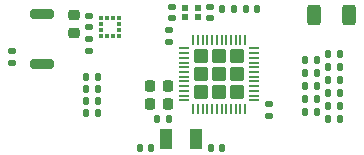
<source format=gbr>
%TF.GenerationSoftware,KiCad,Pcbnew,7.0.8*%
%TF.CreationDate,2023-11-11T12:19:38+10:00*%
%TF.ProjectId,ControllerBoard,436f6e74-726f-46c6-9c65-72426f617264,rev?*%
%TF.SameCoordinates,Original*%
%TF.FileFunction,Paste,Top*%
%TF.FilePolarity,Positive*%
%FSLAX46Y46*%
G04 Gerber Fmt 4.6, Leading zero omitted, Abs format (unit mm)*
G04 Created by KiCad (PCBNEW 7.0.8) date 2023-11-11 12:19:38*
%MOMM*%
%LPD*%
G01*
G04 APERTURE LIST*
G04 Aperture macros list*
%AMRoundRect*
0 Rectangle with rounded corners*
0 $1 Rounding radius*
0 $2 $3 $4 $5 $6 $7 $8 $9 X,Y pos of 4 corners*
0 Add a 4 corners polygon primitive as box body*
4,1,4,$2,$3,$4,$5,$6,$7,$8,$9,$2,$3,0*
0 Add four circle primitives for the rounded corners*
1,1,$1+$1,$2,$3*
1,1,$1+$1,$4,$5*
1,1,$1+$1,$6,$7*
1,1,$1+$1,$8,$9*
0 Add four rect primitives between the rounded corners*
20,1,$1+$1,$2,$3,$4,$5,0*
20,1,$1+$1,$4,$5,$6,$7,0*
20,1,$1+$1,$6,$7,$8,$9,0*
20,1,$1+$1,$8,$9,$2,$3,0*%
G04 Aperture macros list end*
%ADD10RoundRect,0.135000X-0.135000X-0.185000X0.135000X-0.185000X0.135000X0.185000X-0.135000X0.185000X0*%
%ADD11R,1.000000X1.800000*%
%ADD12RoundRect,0.250000X0.370000X-0.370000X0.370000X0.370000X-0.370000X0.370000X-0.370000X-0.370000X0*%
%ADD13RoundRect,0.050000X0.050000X-0.350000X0.050000X0.350000X-0.050000X0.350000X-0.050000X-0.350000X0*%
%ADD14RoundRect,0.050000X0.350000X-0.050000X0.350000X0.050000X-0.350000X0.050000X-0.350000X-0.050000X0*%
%ADD15RoundRect,0.140000X0.170000X-0.140000X0.170000X0.140000X-0.170000X0.140000X-0.170000X-0.140000X0*%
%ADD16RoundRect,0.225000X0.225000X0.250000X-0.225000X0.250000X-0.225000X-0.250000X0.225000X-0.250000X0*%
%ADD17RoundRect,0.135000X0.135000X0.185000X-0.135000X0.185000X-0.135000X-0.185000X0.135000X-0.185000X0*%
%ADD18R,0.375000X0.350000*%
%ADD19R,0.350000X0.375000*%
%ADD20RoundRect,0.225000X0.250000X-0.225000X0.250000X0.225000X-0.250000X0.225000X-0.250000X-0.225000X0*%
%ADD21RoundRect,0.140000X0.140000X0.170000X-0.140000X0.170000X-0.140000X-0.170000X0.140000X-0.170000X0*%
%ADD22R,0.600000X0.500000*%
%ADD23RoundRect,0.147500X0.147500X0.172500X-0.147500X0.172500X-0.147500X-0.172500X0.147500X-0.172500X0*%
%ADD24RoundRect,0.250000X-0.312500X-0.625000X0.312500X-0.625000X0.312500X0.625000X-0.312500X0.625000X0*%
%ADD25RoundRect,0.140000X-0.170000X0.140000X-0.170000X-0.140000X0.170000X-0.140000X0.170000X0.140000X0*%
%ADD26RoundRect,0.135000X0.185000X-0.135000X0.185000X0.135000X-0.185000X0.135000X-0.185000X-0.135000X0*%
%ADD27RoundRect,0.140000X-0.140000X-0.170000X0.140000X-0.170000X0.140000X0.170000X-0.140000X0.170000X0*%
%ADD28RoundRect,0.200000X-0.800000X0.200000X-0.800000X-0.200000X0.800000X-0.200000X0.800000X0.200000X0*%
G04 APERTURE END LIST*
D10*
%TO.C,R12*%
X29490000Y-8900000D03*
X30510000Y-8900000D03*
%TD*%
%TO.C,R4*%
X29490000Y-4500000D03*
X30510000Y-4500000D03*
%TD*%
D11*
%TO.C,Y1*%
X18250000Y-11750000D03*
X15750000Y-11750000D03*
%TD*%
D10*
%TO.C,R14*%
X29490000Y-10000000D03*
X30510000Y-10000000D03*
%TD*%
D12*
%TO.C,U3*%
X18720000Y-7780000D03*
X20250000Y-7780000D03*
X21780000Y-7780000D03*
X18720000Y-6250000D03*
X20250000Y-6250000D03*
X21780000Y-6250000D03*
X18720000Y-4720000D03*
X20250000Y-4720000D03*
X21780000Y-4720000D03*
D13*
X18050000Y-9200000D03*
X18450000Y-9200000D03*
X18850000Y-9200000D03*
X19250000Y-9200000D03*
X19650000Y-9200000D03*
X20050000Y-9200000D03*
X20450000Y-9200000D03*
X20850000Y-9200000D03*
X21250000Y-9200000D03*
X21650000Y-9200000D03*
X22050000Y-9200000D03*
X22450000Y-9200000D03*
D14*
X23200000Y-8450000D03*
X23200000Y-8050000D03*
X23200000Y-7650000D03*
X23200000Y-7250000D03*
X23200000Y-6850000D03*
X23200000Y-6450000D03*
X23200000Y-6050000D03*
X23200000Y-5650000D03*
X23200000Y-5250000D03*
X23200000Y-4850000D03*
X23200000Y-4450000D03*
X23200000Y-4050000D03*
D13*
X22450000Y-3300000D03*
X22050000Y-3300000D03*
X21650000Y-3300000D03*
X21250000Y-3300000D03*
X20850000Y-3300000D03*
X20450000Y-3300000D03*
X20050000Y-3300000D03*
X19650000Y-3300000D03*
X19250000Y-3300000D03*
X18850000Y-3300000D03*
X18450000Y-3300000D03*
X18050000Y-3300000D03*
D14*
X17300000Y-4050000D03*
X17300000Y-4450000D03*
X17300000Y-4850000D03*
X17300000Y-5250000D03*
X17300000Y-5650000D03*
X17300000Y-6050000D03*
X17300000Y-6450000D03*
X17300000Y-6850000D03*
X17300000Y-7250000D03*
X17300000Y-7650000D03*
X17300000Y-8050000D03*
X17300000Y-8450000D03*
%TD*%
D10*
%TO.C,R11*%
X27490000Y-8350000D03*
X28510000Y-8350000D03*
%TD*%
%TO.C,R7*%
X27490000Y-6150000D03*
X28510000Y-6150000D03*
%TD*%
D15*
%TO.C,C4*%
X9250000Y-2230000D03*
X9250000Y-1270000D03*
%TD*%
D10*
%TO.C,R5*%
X27490000Y-5050000D03*
X28510000Y-5050000D03*
%TD*%
D16*
%TO.C,C8*%
X15925000Y-8750000D03*
X14375000Y-8750000D03*
%TD*%
D17*
%TO.C,R15*%
X10010000Y-6500000D03*
X8990000Y-6500000D03*
%TD*%
D10*
%TO.C,R9*%
X27490000Y-7250000D03*
X28510000Y-7250000D03*
%TD*%
D15*
%TO.C,C15*%
X19500000Y-1480000D03*
X19500000Y-520000D03*
%TD*%
D18*
%TO.C,U2*%
X11762500Y-3000000D03*
X11762500Y-2500000D03*
X11762500Y-2000000D03*
X11762500Y-1500000D03*
D19*
X11250000Y-1487500D03*
X10750000Y-1487500D03*
D18*
X10237500Y-1500000D03*
X10237500Y-2000000D03*
X10237500Y-2500000D03*
X10237500Y-3000000D03*
D19*
X10750000Y-3012500D03*
X11250000Y-3012500D03*
%TD*%
D20*
%TO.C,C5*%
X8000000Y-2775000D03*
X8000000Y-1225000D03*
%TD*%
D21*
%TO.C,C13*%
X15980000Y-10000000D03*
X15020000Y-10000000D03*
%TD*%
D15*
%TO.C,C9*%
X16000000Y-3480000D03*
X16000000Y-2520000D03*
%TD*%
D10*
%TO.C,R8*%
X29490000Y-6700000D03*
X30510000Y-6700000D03*
%TD*%
D22*
%TO.C,Y2*%
X18425000Y-600000D03*
X17325000Y-600000D03*
X17325000Y-1400000D03*
X18425000Y-1400000D03*
%TD*%
D23*
%TO.C,L1*%
X23485000Y-750000D03*
X22515000Y-750000D03*
%TD*%
D24*
%TO.C,AE1*%
X28287500Y-1250000D03*
X31212500Y-1250000D03*
%TD*%
D25*
%TO.C,C10*%
X24500000Y-8770000D03*
X24500000Y-9730000D03*
%TD*%
D17*
%TO.C,R16*%
X10010000Y-7500000D03*
X8990000Y-7500000D03*
%TD*%
D21*
%TO.C,C14*%
X21480000Y-750000D03*
X20520000Y-750000D03*
%TD*%
D26*
%TO.C,R3*%
X2750000Y-5260000D03*
X2750000Y-4240000D03*
%TD*%
D10*
%TO.C,R10*%
X29490000Y-7800000D03*
X30510000Y-7800000D03*
%TD*%
D25*
%TO.C,C1*%
X9250000Y-3270000D03*
X9250000Y-4230000D03*
%TD*%
D17*
%TO.C,R18*%
X10010000Y-9500000D03*
X8990000Y-9500000D03*
%TD*%
D10*
%TO.C,R6*%
X29490000Y-5600000D03*
X30510000Y-5600000D03*
%TD*%
D16*
%TO.C,C6*%
X15925000Y-7250000D03*
X14375000Y-7250000D03*
%TD*%
D25*
%TO.C,C16*%
X16250000Y-520000D03*
X16250000Y-1480000D03*
%TD*%
D27*
%TO.C,C12*%
X19520000Y-12450000D03*
X20480000Y-12450000D03*
%TD*%
D10*
%TO.C,R13*%
X27490000Y-9450000D03*
X28510000Y-9450000D03*
%TD*%
D21*
%TO.C,C7*%
X14480000Y-12450000D03*
X13520000Y-12450000D03*
%TD*%
D28*
%TO.C,SW1*%
X5250000Y-1150000D03*
X5250000Y-5350000D03*
%TD*%
D17*
%TO.C,R17*%
X10010000Y-8500000D03*
X8990000Y-8500000D03*
%TD*%
M02*

</source>
